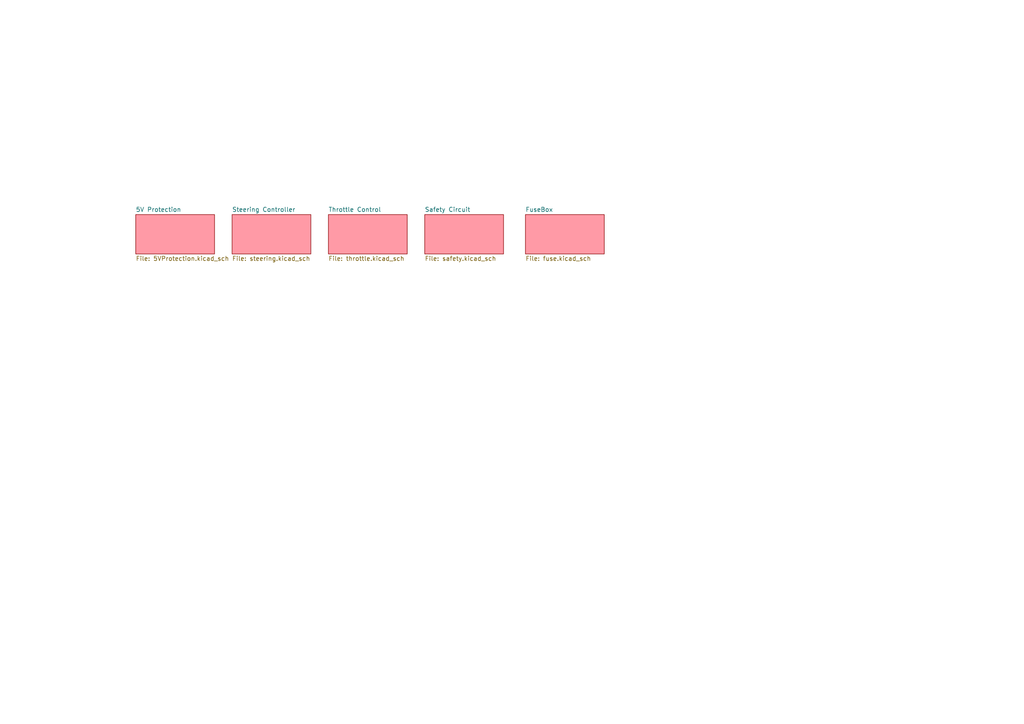
<source format=kicad_sch>
(kicad_sch (version 20230121) (generator eeschema)
  (paper "A4")
  (lib_symbols)
  (sheet (at 95.25 62.23) (size 22.86 11.43) (stroke (width 0.1524)) (fill (color 255 54 79 0.5000))
    (property "Sheetname" "Throttle Control" (at 95.25 61.5184 0) (effects (justify left bottom)))
    (property "Sheetfile" "throttle.kicad_sch" (at 95.25 74.2446 0) (effects (justify left top)))
  )
  (sheet (at 123.19 62.23) (size 22.86 11.43) (stroke (width 0.1524)) (fill (color 255 54 79 0.5000))
    (property "Sheetname" "Safety Circuit" (at 123.19 61.5184 0) (effects (justify left bottom)))
    (property "Sheetfile" "safety.kicad_sch" (at 123.19 74.2446 0) (effects (justify left top)))
  )
  (sheet (at 152.4 62.23) (size 22.86 11.43) (stroke (width 0.1524)) (fill (color 255 54 79 0.5000))
    (property "Sheetname" "FuseBox" (at 152.4 61.5184 0) (effects (justify left bottom)))
    (property "Sheetfile" "fuse.kicad_sch" (at 152.4 74.2446 0) (effects (justify left top)))
  )
  (sheet (at 39.37 62.23) (size 22.86 11.43) (stroke (width 0.1524)) (fill (color 255 54 79 0.5000))
    (property "Sheetname" "5V Protection" (at 39.37 61.5184 0) (effects (justify left bottom)))
    (property "Sheetfile" "5VProtection.kicad_sch" (at 39.37 74.2446 0) (effects (justify left top)))
  )
  (sheet (at 67.31 62.23) (size 22.86 11.43) (stroke (width 0.1524)) (fill (color 255 54 79 0.5000))
    (property "Sheetname" "Steering Controller" (at 67.31 61.5184 0) (effects (justify left bottom)))
    (property "Sheetfile" "steering.kicad_sch" (at 67.31 74.2446 0) (effects (justify left top)))
  )
)
</source>
